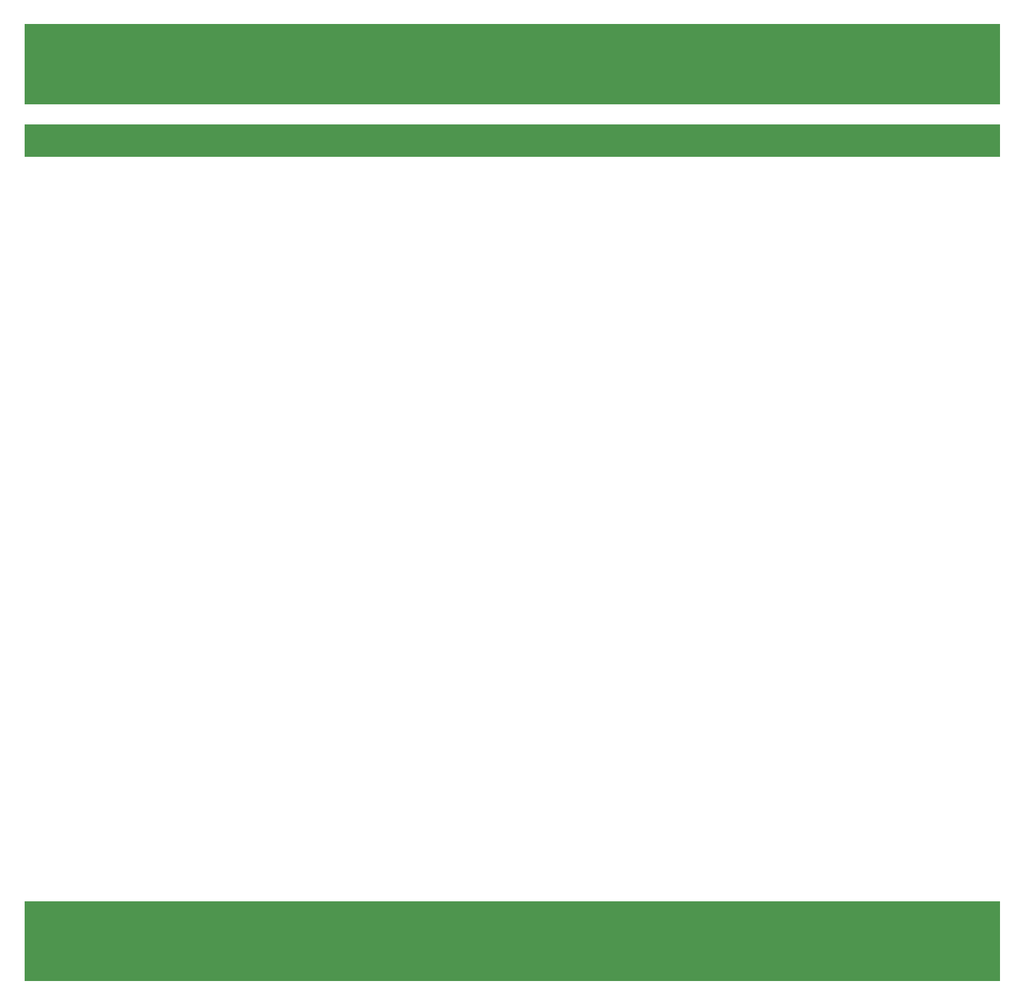
<source format=gts>
%TF.GenerationSoftware,KiCad,Pcbnew,9.0.2*%
%TF.CreationDate,2025-08-03T14:20:54-04:00*%
%TF.ProjectId,hp_extension,68705f65-7874-4656-9e73-696f6e2e6b69,AA*%
%TF.SameCoordinates,Original*%
%TF.FileFunction,Soldermask,Top*%
%TF.FilePolarity,Negative*%
%FSLAX46Y46*%
G04 Gerber Fmt 4.6, Leading zero omitted, Abs format (unit mm)*
G04 Created by KiCad (PCBNEW 9.0.2) date 2025-08-03 14:20:54*
%MOMM*%
%LPD*%
G01*
G04 APERTURE LIST*
G04 Aperture macros list*
%AMRoundRect*
0 Rectangle with rounded corners*
0 $1 Rounding radius*
0 $2 $3 $4 $5 $6 $7 $8 $9 X,Y pos of 4 corners*
0 Add a 4 corners polygon primitive as box body*
4,1,4,$2,$3,$4,$5,$6,$7,$8,$9,$2,$3,0*
0 Add four circle primitives for the rounded corners*
1,1,$1+$1,$2,$3*
1,1,$1+$1,$4,$5*
1,1,$1+$1,$6,$7*
1,1,$1+$1,$8,$9*
0 Add four rect primitives between the rounded corners*
20,1,$1+$1,$2,$3,$4,$5,0*
20,1,$1+$1,$4,$5,$6,$7,0*
20,1,$1+$1,$6,$7,$8,$9,0*
20,1,$1+$1,$8,$9,$2,$3,0*%
G04 Aperture macros list end*
%ADD10C,0.100000*%
%ADD11RoundRect,0.300000X-0.700000X-2.930000X0.700000X-2.930000X0.700000X2.930000X-0.700000X2.930000X0*%
G04 APERTURE END LIST*
D10*
X39300000Y-57630000D02*
X166500000Y-57630000D01*
X166500000Y-61830000D01*
X39300000Y-61830000D01*
X39300000Y-57630000D01*
G36*
X39300000Y-57630000D02*
G01*
X166500000Y-57630000D01*
X166500000Y-61830000D01*
X39300000Y-61830000D01*
X39300000Y-57630000D01*
G37*
X39300000Y-44530000D02*
X166500000Y-44530000D01*
X166500000Y-54930000D01*
X39300000Y-54930000D01*
X39300000Y-44530000D01*
G36*
X39300000Y-44530000D02*
G01*
X166500000Y-44530000D01*
X166500000Y-54930000D01*
X39300000Y-54930000D01*
X39300000Y-44530000D01*
G37*
X39300000Y-159130000D02*
X166500000Y-159130000D01*
X166500000Y-169530000D01*
X39300000Y-169530000D01*
X39300000Y-159130000D01*
G36*
X39300000Y-159130000D02*
G01*
X166500000Y-159130000D01*
X166500000Y-169530000D01*
X39300000Y-169530000D01*
X39300000Y-159130000D01*
G37*
D11*
%TO.C,J2*%
X43500000Y-49300000D03*
X47460000Y-49300000D03*
X51420000Y-49300000D03*
X55380000Y-49300000D03*
X59340000Y-49300000D03*
X63300000Y-49300000D03*
X67260000Y-49300000D03*
X71220000Y-49300000D03*
X75180000Y-49300000D03*
X79140000Y-49300000D03*
X83100000Y-49300000D03*
X87060000Y-49300000D03*
X91020000Y-49300000D03*
X94980000Y-49300000D03*
X98940000Y-49300000D03*
X102900000Y-49300000D03*
X106860000Y-49300000D03*
X110820000Y-49300000D03*
X114780000Y-49300000D03*
X118740000Y-49300000D03*
X122700000Y-49300000D03*
X126660000Y-49300000D03*
X130620000Y-49300000D03*
X134580000Y-49300000D03*
X138540000Y-49300000D03*
X142500000Y-49300000D03*
X146460000Y-49300000D03*
X150420000Y-49300000D03*
X154380000Y-49300000D03*
X158340000Y-49300000D03*
X162300000Y-49300000D03*
%TD*%
%TO.C,J1*%
X43500000Y-164730000D03*
X47460000Y-164730000D03*
X51420000Y-164730000D03*
X55380000Y-164730000D03*
X59340000Y-164730000D03*
X63300000Y-164730000D03*
X67260000Y-164730000D03*
X71220000Y-164730000D03*
X75180000Y-164730000D03*
X79140000Y-164730000D03*
X83100000Y-164730000D03*
X87060000Y-164730000D03*
X91020000Y-164730000D03*
X94980000Y-164730000D03*
X98940000Y-164730000D03*
X102900000Y-164730000D03*
X106860000Y-164730000D03*
X110820000Y-164730000D03*
X114780000Y-164730000D03*
X118740000Y-164730000D03*
X122700000Y-164730000D03*
X126660000Y-164730000D03*
X130620000Y-164730000D03*
X134580000Y-164730000D03*
X138540000Y-164730000D03*
X142500000Y-164730000D03*
X146460000Y-164730000D03*
X150420000Y-164730000D03*
X154380000Y-164730000D03*
X158340000Y-164730000D03*
X162300000Y-164730000D03*
%TD*%
M02*

</source>
